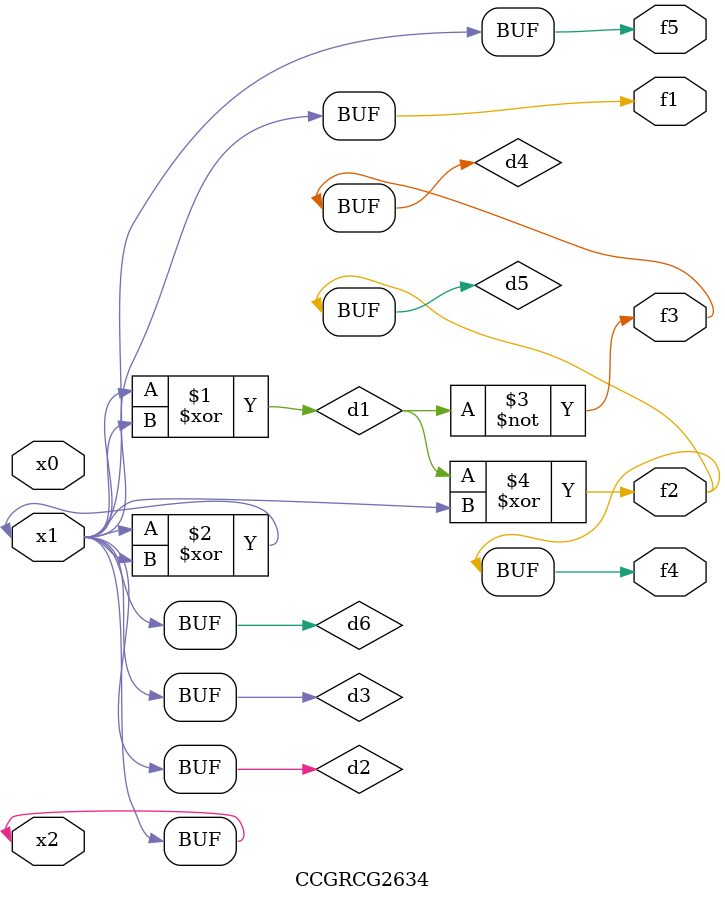
<source format=v>
module CCGRCG2634(
	input x0, x1, x2,
	output f1, f2, f3, f4, f5
);

	wire d1, d2, d3, d4, d5, d6;

	xor (d1, x1, x2);
	buf (d2, x1, x2);
	xor (d3, x1, x2);
	nor (d4, d1);
	xor (d5, d1, d2);
	buf (d6, d2, d3);
	assign f1 = d6;
	assign f2 = d5;
	assign f3 = d4;
	assign f4 = d5;
	assign f5 = d6;
endmodule

</source>
